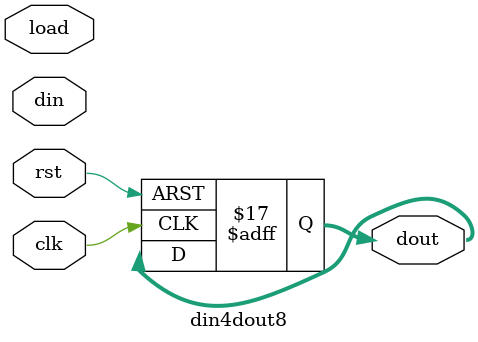
<source format=sv>
module din4dout8 (clk,rst,load,din,dout);

input clk,rst,load;

input [3:0] din;

output reg[7:0] dout;

  reg count;
  reg [7:0] dout_buf;
  
  always @(posedge clk or posedge rst) begin
    if(rst) begin
      count <= 2'd0;
      dout <= 8'd0;
    end
    else if(load|count) begin
        case(count)
        	1'd0: begin
              dout_buf[7:4] <= din;
              count <= 1;
            end
          	1'd1: begin
              dout_buf[3:0] <= din;
              count <= 0;
            end
          default: dout_buf <= dout;
        endcase
      end
    end
	
endmodule

</source>
